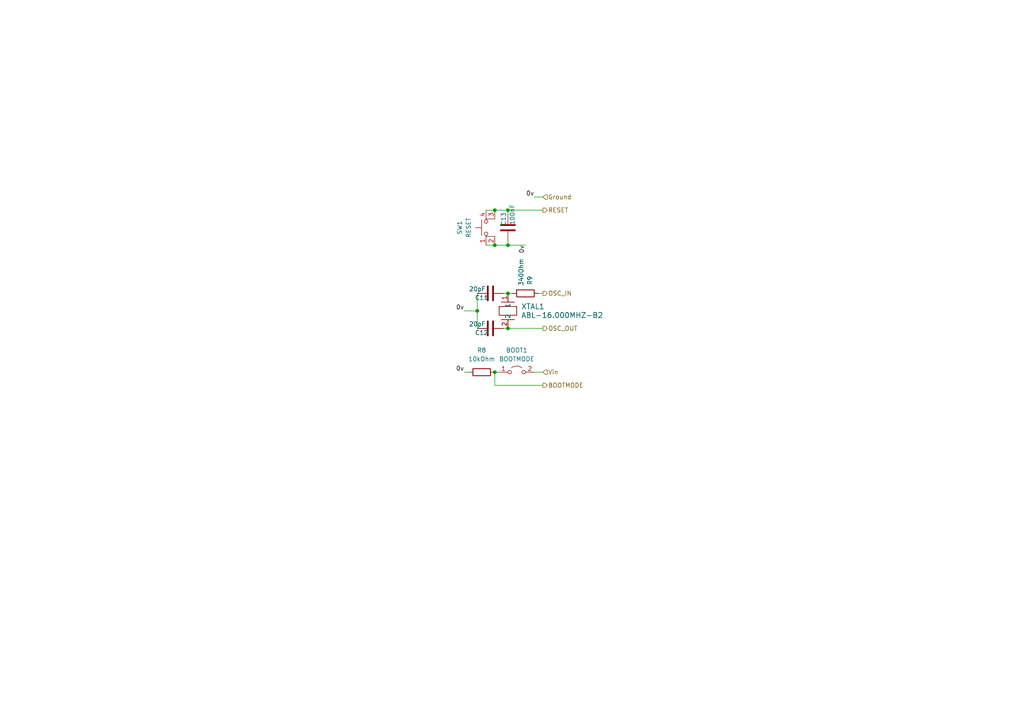
<source format=kicad_sch>
(kicad_sch (version 20230121) (generator eeschema)
  (paper "A4")
  (lib_symbols
    (symbol "ABL-16.000MHZ-B1U-T:ABL-16.000MHZ-B2" (pin_names (offset 0.254))
      (property "Reference" "XTAL" (at 5.08 4.445 0))
      (property "Value" "ABL-16.000MHZ-B2" (at 5.08 -4.445 0))
      (symbol "ABL-16.000MHZ-B2_1_1"
        (polyline (pts (xy 2.54 -1.905) (xy 2.54 1.905)) (stroke (width 0.2032)))
        (polyline (pts (xy 3.81 -2.54) (xy 3.81 2.54)) (stroke (width 0.2032)))
        (polyline (pts (xy 3.81 2.54) (xy 6.35 2.54)) (stroke (width 0.2032)))
        (polyline (pts (xy 6.35 -2.54) (xy 3.81 -2.54)) (stroke (width 0.2032)))
        (polyline (pts (xy 6.35 2.54) (xy 6.35 -2.54)) (stroke (width 0.2032)))
        (polyline (pts (xy 7.62 -1.905) (xy 7.62 1.905)) (stroke (width 0.2032)))
        (pin unspecified line (at 0 0 0) (length 2.54) (name "1") (number "1"))
        (pin unspecified line (at 10.16 0 180) (length 2.54) (name "2") (number "2"))
      )
      (symbol "ABL-16.000MHZ-B2_1_2"
        (polyline (pts (xy -2.54 3.81) (xy -2.54 6.35)) (stroke (width 0.2032)))
        (polyline (pts (xy -2.54 6.35) (xy 2.54 6.35)) (stroke (width 0.2032)))
        (polyline (pts (xy 1.905 2.54) (xy -1.905 2.54)) (stroke (width 0.2032)))
        (polyline (pts (xy 1.905 7.62) (xy -1.905 7.62)) (stroke (width 0.2032)))
        (polyline (pts (xy 2.54 3.81) (xy -2.54 3.81)) (stroke (width 0.2032)))
        (polyline (pts (xy 2.54 6.35) (xy 2.54 3.81)) (stroke (width 0.2032)))
        (pin unspecified line (at 0 0 90) (length 2.54) (name "1") (number "1"))
        (pin unspecified line (at 0 10.16 270) (length 2.54) (name "2") (number "2"))
      )
    )
    (symbol "Device:C" (pin_numbers hide) (pin_names (offset 0.254))
      (property "Reference" "C" (at 0.635 2.54 0))
      (property "Value" "C" (at 0.635 -2.54 0))
      (symbol "C_0_1"
        (polyline (pts (xy -2.032 -0.762) (xy 2.032 -0.762)) (stroke (width 0.508)))
        (polyline (pts (xy -2.032 0.762) (xy 2.032 0.762)) (stroke (width 0.508)))
      )
      (symbol "C_1_1"
        (pin passive line (at 0 3.81 270) (length 2.794) (name "~") (number "1"))
        (pin passive line (at 0 -3.81 90) (length 2.794) (name "~") (number "2"))
      )
    )
    (symbol "Device:R" (pin_numbers hide) (pin_names (offset 0))
      (property "Reference" "R" (at 2.032 0 90))
      (property "Value" "R" (at 0 0 90))
      (symbol "R_0_1"
        (rectangle (start -1.016 -2.54) (end 1.016 2.54) (stroke (width 0.254)))
      )
      (symbol "R_1_1"
        (pin passive line (at 0 3.81 270) (length 1.27) (name "~") (number "1"))
        (pin passive line (at 0 -3.81 90) (length 1.27) (name "~") (number "2"))
      )
    )
    (symbol "Jumper:Jumper_2_Open" (pin_names (offset 0) hide)
      (property "Reference" "JP" (at 0 2.794 0))
      (property "Value" "Jumper_2_Open" (at 0 -2.286 0))
      (symbol "Jumper_2_Open_0_0"
        (circle (center -2.032 0) (radius 0.508))
        (circle (center 2.032 0) (radius 0.508))
      )
      (symbol "Jumper_2_Open_0_1"
        (arc (start 1.524 1.27) (mid 0 1.778) (end -1.524 1.27))
      )
      (symbol "Jumper_2_Open_1_1"
        (pin passive line (at -5.08 0 0) (length 2.54) (name "A") (number "1"))
        (pin passive line (at 5.08 0 180) (length 2.54) (name "B") (number "2"))
      )
    )
    (symbol "Switch:SW_MEC_5E" (pin_names (offset 1.016) hide)
      (property "Reference" "SW" (at 0.635 5.715 0))
      (property "Value" "SW_MEC_5E" (at 0 -3.175 0))
      (symbol "SW_MEC_5E_0_1"
        (circle (center -1.778 2.54) (radius 0.508))
        (polyline (pts (xy -2.286 3.81) (xy 2.286 3.81)))
        (polyline (pts (xy 0 3.81) (xy 0 5.588)))
        (polyline (pts (xy -2.54 0) (xy -2.54 2.54) (xy -2.286 2.54)))
        (polyline (pts (xy 2.54 0) (xy 2.54 2.54) (xy 2.286 2.54)))
        (circle (center 1.778 2.54) (radius 0.508))
        (pin passive line (at -5.08 2.54 0) (length 2.54) (name "1") (number "1"))
        (pin passive line (at -5.08 0 0) (length 2.54) (name "2") (number "2"))
        (pin passive line (at 5.08 0 180) (length 2.54) (name "K") (number "3"))
        (pin passive line (at 5.08 2.54 180) (length 2.54) (name "A") (number "4"))
      )
    )
  )
  (junction (at 147.32 60.96))
  (junction (at 143.51 71.12))
  (junction (at 143.51 60.96))
  (junction (at 147.32 71.12))
  (junction (at 147.32 85.09))
  (junction (at 147.32 95.25))
  (junction (at 143.51 107.95))
  (junction (at 138.43 90.17))
  (wire (pts (xy 138.43 90.17) (xy 138.43 95.25)))
  (wire (pts (xy 154.94 107.95) (xy 157.48 107.95)))
  (wire (pts (xy 157.48 60.96) (xy 147.32 60.96)))
  (wire (pts (xy 147.32 60.96) (xy 143.51 60.96)))
  (wire (pts (xy 154.94 57.15) (xy 157.48 57.15)))
  (wire (pts (xy 138.43 90.17) (xy 134.62 90.17)))
  (wire (pts (xy 147.32 85.09) (xy 148.59 85.09)))
  (wire (pts (xy 143.51 111.76) (xy 143.51 107.95)))
  (wire (pts (xy 146.05 95.25) (xy 147.32 95.25)))
  (wire (pts (xy 147.32 71.12) (xy 152.4 71.12)))
  (wire (pts (xy 134.62 107.95) (xy 135.89 107.95)))
  (wire (pts (xy 157.48 85.09) (xy 156.21 85.09)))
  (wire (pts (xy 157.48 111.76) (xy 143.51 111.76)))
  (wire (pts (xy 144.78 107.95) (xy 143.51 107.95)))
  (wire (pts (xy 140.97 60.96) (xy 143.51 60.96)))
  (wire (pts (xy 147.32 62.23) (xy 147.32 60.96)))
  (wire (pts (xy 146.05 85.09) (xy 147.32 85.09)))
  (wire (pts (xy 147.32 71.12) (xy 143.51 71.12)))
  (wire (pts (xy 138.43 85.09) (xy 138.43 90.17)))
  (wire (pts (xy 140.97 71.12) (xy 143.51 71.12)))
  (wire (pts (xy 147.32 95.25) (xy 157.48 95.25)))
  (wire (pts (xy 147.32 69.85) (xy 147.32 71.12)))
  (label "0v" (at 134.62 107.95 180))
  (label "0v" (at 134.62 90.17 180))
  (label "0v" (at 154.94 57.15 180))
  (label "0v" (at 152.4 71.12 270))
  (hierarchical_label "OSC_IN" (shape output) (at 157.48 85.09 0))
  (hierarchical_label "OSC_OUT" (shape output) (at 157.48 95.25 0))
  (hierarchical_label "BOOTMODE" (shape output) (at 157.48 111.76 0))
  (hierarchical_label "Ground" (shape input) (at 157.48 57.15 0))
  (hierarchical_label "Vin" (shape input) (at 157.48 107.95 0))
  (hierarchical_label "RESET" (shape output) (at 157.48 60.96 0))
  (symbol (lib_id "Device:C") (at 142.24 95.25 270) (unit 1)
    (property "Reference" "C12" (at 139.7 96.52 90))
    (property "Value" "20pF" (at 138.43 93.98 90))
    (property "Footprint" "Capacitor_SMD:C_0603_1608Metric" (effects hide))
    (instances (project "torso" (path "" (reference "C12") (unit 1))) (project "shoulder" (path "" (reference "C12") (unit 1))) (project "shoulder" (path "" (reference "C7") (unit 1))))
  )
  (symbol (lib_id "Switch:SW_MEC_5E") (at 143.51 66.04 90) (unit 1)
    (property "Reference" "SW1" (at 133.35 66.04 0))
    (property "Value" "RESET" (at 135.89 66.04 0))
    (property "Footprint" "Button_Switch_SMD:SW_Push_1P1T_NO_CK_KSC6xxJ" (effects hide))
    (property "Datasheet" "http://www.apem.com/int/index.php?controller=attachment&id_attachment=1371" (effects hide))
  )
  (symbol (lib_id "Device:R") (at 139.7 107.95 90) (unit 1)
    (property "Reference" "R8" (at 139.7 101.6 90))
    (property "Value" "10kOhm" (at 139.7 104.14 90))
    (property "Footprint" "Resistor_SMD:R_0805_2012Metric" (effects hide))
    (instances (project "torso" (path "" (reference "R8") (unit 1))) (project "shoulder" (path "" (reference "R1") (unit 1))) (project "shoulder" (path "" (reference "R7") (unit 1))))
  )
  (symbol (lib_id "Device:C") (at 142.24 85.09 270) (unit 1)
    (property "Reference" "C11" (at 139.7 86.36 90))
    (property "Value" "20pF" (at 138.43 83.82 90))
    (property "Footprint" "Capacitor_SMD:C_0603_1608Metric" (effects hide))
    (instances (project "torso" (path "" (reference "C11") (unit 1))) (project "shoulder" (path "" (reference "C11") (unit 1))) (project "shoulder" (path "" (reference "C6") (unit 1))))
  )
  (symbol (lib_id "ABL-16.000MHZ-B1U-T:ABL-16.000MHZ-B2") (at 147.32 85.09 270) (unit 1)
    (property "Reference" "XTAL1" (at 151.13 88.9 90) (effects (font (size 1.524 1.524)) (justify left)))
    (property "Value" "ABL-16.000MHZ-B2" (at 151.13 91.44 90) (effects (font (size 1.524 1.524)) (justify left)))
    (property "Footprint" "ABL-16.000MHZ-B1U-T:XTAL_ABL-16_ABR" (effects hide))
    (property "Datasheet" "ABL-16.000MHZ-B2" (effects hide))
  )
  (symbol (lib_id "Device:C") (at 147.32 66.04 180) (unit 1)
    (property "Reference" "C13" (at 146.05 63.5 90))
    (property "Value" "100nF" (at 148.59 62.23 90))
    (property "Footprint" "Capacitor_SMD:C_0603_1608Metric" (effects hide))
    (instances (project "torso" (path "" (reference "C13") (unit 1))) (project "shoulder" (path "" (reference "C2") (unit 1))) (project "shoulder" (path "" (reference "C5") (unit 1))))
  )
  (symbol (lib_id "Jumper:Jumper_2_Open") (at 149.86 107.95 0) (unit 1)
    (property "Reference" "BOOT1" (at 149.86 101.6 0))
    (property "Value" "BOOTMODE" (at 149.86 104.14 0))
    (property "Footprint" "Connector_PinHeader_2.54mm:PinHeader_1x02_P2.54mm_Vertical" (effects hide))
    (instances (project "torso" (path "" (reference "BOOT1") (unit 1))) (project "shoulder" (path "" (reference "BOOT0") (unit 1))) (project "shoulder" (path "" (reference "BOOT1") (unit 1))))
  )
  (symbol (lib_id "Device:R") (at 152.4 85.09 270) (unit 1)
    (property "Reference" "R9" (at 153.67 80.01 0) (effects (justify left)))
    (property "Value" "340Ohm" (at 151.13 74.93 0) (effects (justify left)))
    (property "Footprint" "Resistor_SMD:R_0805_2012Metric" (effects hide))
    (instances (project "torso" (path "" (reference "R9") (unit 1))) (project "shoulder" (path "" (reference "R4") (unit 1))) (project "shoulder" (path "" (reference "R6") (unit 1))))
  )
)
</source>
